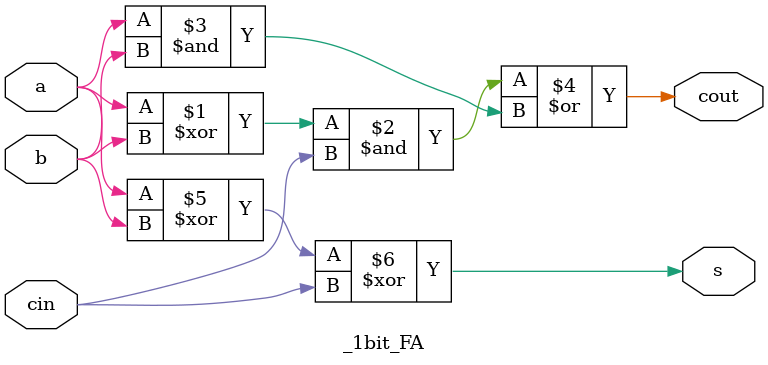
<source format=v>
module _4bit_FA(
	input [3:0] a,
	input [3:0] b,
	input cin,
    output [3:0]s,
    output cout
);
	wire [3:0] co;
	assign cout=co[3];
    _1bit_FA FA0(.a(a[0]), .b(b[0]), .cin(cin),   .s(s[0]), .cout(co[0]));
    _1bit_FA FA1(.a(a[1]), .b(b[1]), .cin(co[0]), .s(s[1]), .cout(co[1]));
    _1bit_FA FA2(.a(a[2]), .b(b[2]), .cin(co[1]), .s(s[2]), .cout(co[2]));
    _1bit_FA FA3(.a(a[3]), .b(b[3]), .cin(co[2]), .s(s[3]), .cout(co[3]));

endmodule


module _1bit_FA(
    input a,
    input b,
    input cin,
    output s,
    output cout
);
    assign cout = ((a^b)&cin)|(a&b);  //(a&b)|(b&cin)|(cin&a);
    assign s = a^b^cin;
endmodule

</source>
